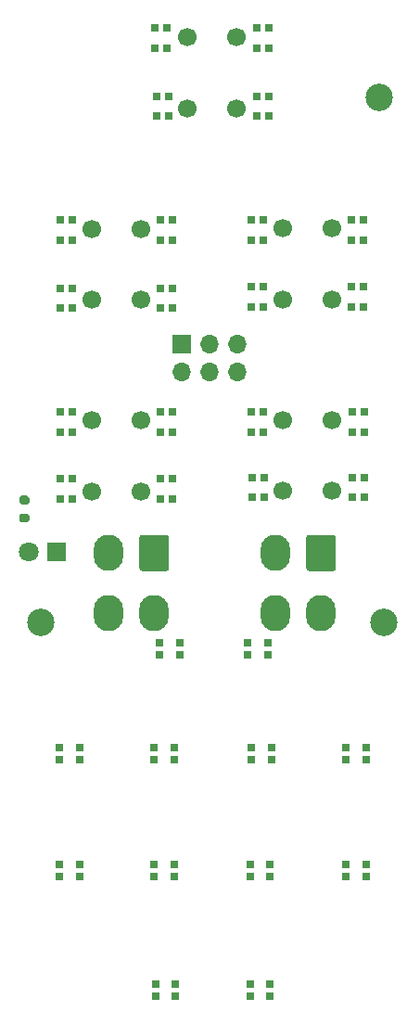
<source format=gbr>
%TF.GenerationSoftware,KiCad,Pcbnew,(5.1.9)-1*%
%TF.CreationDate,2021-09-19T09:11:26-06:00*%
%TF.ProjectId,jett_station_select,6a657474-5f73-4746-9174-696f6e5f7365,rev?*%
%TF.SameCoordinates,Original*%
%TF.FileFunction,Soldermask,Top*%
%TF.FilePolarity,Negative*%
%FSLAX46Y46*%
G04 Gerber Fmt 4.6, Leading zero omitted, Abs format (unit mm)*
G04 Created by KiCad (PCBNEW (5.1.9)-1) date 2021-09-19 09:11:26*
%MOMM*%
%LPD*%
G01*
G04 APERTURE LIST*
%ADD10C,1.700000*%
%ADD11O,1.700000X1.700000*%
%ADD12R,1.700000X1.700000*%
%ADD13O,2.700000X3.300000*%
%ADD14C,2.500000*%
%ADD15R,0.700000X0.700000*%
%ADD16C,1.800000*%
%ADD17R,1.800000X1.800000*%
G04 APERTURE END LIST*
D10*
%TO.C,SW5*%
X156876750Y-97694749D03*
X156876750Y-91194749D03*
X161376750Y-97694749D03*
X161376750Y-91194749D03*
%TD*%
%TO.C,SW4*%
X143922750Y-91217749D03*
X143922750Y-97717749D03*
X139422750Y-91217749D03*
X139422750Y-97717749D03*
%TD*%
%TO.C,SW3*%
X156876750Y-80232250D03*
X156876750Y-73732250D03*
X161376750Y-80232250D03*
X161376750Y-73732250D03*
%TD*%
%TO.C,SW2*%
X143922750Y-73755250D03*
X143922750Y-80255250D03*
X139422750Y-73755250D03*
X139422750Y-80255250D03*
%TD*%
%TO.C,SW1*%
X148145500Y-62769749D03*
X148145500Y-56269749D03*
X152645500Y-62769749D03*
X152645500Y-56269749D03*
%TD*%
%TO.C,R1*%
G36*
G01*
X133513875Y-98920749D02*
X132963875Y-98920749D01*
G75*
G02*
X132763875Y-98720749I0J200000D01*
G01*
X132763875Y-98320749D01*
G75*
G02*
X132963875Y-98120749I200000J0D01*
G01*
X133513875Y-98120749D01*
G75*
G02*
X133713875Y-98320749I0J-200000D01*
G01*
X133713875Y-98720749D01*
G75*
G02*
X133513875Y-98920749I-200000J0D01*
G01*
G37*
G36*
G01*
X133513875Y-100570749D02*
X132963875Y-100570749D01*
G75*
G02*
X132763875Y-100370749I0J200000D01*
G01*
X132763875Y-99970749D01*
G75*
G02*
X132963875Y-99770749I200000J0D01*
G01*
X133513875Y-99770749D01*
G75*
G02*
X133713875Y-99970749I0J-200000D01*
G01*
X133713875Y-100370749D01*
G75*
G02*
X133513875Y-100570749I-200000J0D01*
G01*
G37*
%TD*%
D11*
%TO.C,J3*%
X152733375Y-86836249D03*
X152733375Y-84296249D03*
X150193375Y-86836249D03*
X150193375Y-84296249D03*
X147653375Y-86836249D03*
D12*
X147653375Y-84296249D03*
%TD*%
D13*
%TO.C,J2*%
X140913375Y-108846249D03*
X145113375Y-108846249D03*
X140913375Y-103346249D03*
G36*
G01*
X146463375Y-101946250D02*
X146463375Y-104746248D01*
G75*
G02*
X146213374Y-104996249I-250001J0D01*
G01*
X144013376Y-104996249D01*
G75*
G02*
X143763375Y-104746248I0J250001D01*
G01*
X143763375Y-101946250D01*
G75*
G02*
X144013376Y-101696249I250001J0D01*
G01*
X146213374Y-101696249D01*
G75*
G02*
X146463375Y-101946250I0J-250001D01*
G01*
G37*
%TD*%
%TO.C,J1*%
X156153375Y-108846249D03*
X160353375Y-108846249D03*
X156153375Y-103346249D03*
G36*
G01*
X161703375Y-101946250D02*
X161703375Y-104746248D01*
G75*
G02*
X161453374Y-104996249I-250001J0D01*
G01*
X159253376Y-104996249D01*
G75*
G02*
X159003375Y-104746248I0J250001D01*
G01*
X159003375Y-101946250D01*
G75*
G02*
X159253376Y-101696249I250001J0D01*
G01*
X161453374Y-101696249D01*
G75*
G02*
X161703375Y-101946250I0J-250001D01*
G01*
G37*
%TD*%
D14*
%TO.C,H3*%
X166068375Y-109696249D03*
%TD*%
%TO.C,H2*%
X134794625Y-109696249D03*
%TD*%
%TO.C,H1*%
X165671500Y-61753750D03*
%TD*%
D15*
%TO.C,D33*%
X147425375Y-111559249D03*
X147425375Y-112659249D03*
X145595375Y-112659249D03*
X145595375Y-111559249D03*
%TD*%
%TO.C,D32*%
X147044375Y-142674249D03*
X147044375Y-143774249D03*
X145214375Y-143774249D03*
X145214375Y-142674249D03*
%TD*%
%TO.C,D31*%
X155680375Y-142674249D03*
X155680375Y-143774249D03*
X153850375Y-143774249D03*
X153850375Y-142674249D03*
%TD*%
%TO.C,D30*%
X162613375Y-132852249D03*
X162613375Y-131752249D03*
X164443375Y-131752249D03*
X164443375Y-132852249D03*
%TD*%
%TO.C,D29*%
X153850375Y-132852249D03*
X153850375Y-131752249D03*
X155680375Y-131752249D03*
X155680375Y-132852249D03*
%TD*%
%TO.C,D28*%
X145087375Y-132852249D03*
X145087375Y-131752249D03*
X146917375Y-131752249D03*
X146917375Y-132852249D03*
%TD*%
%TO.C,D27*%
X136451375Y-132852249D03*
X136451375Y-131752249D03*
X138281375Y-131752249D03*
X138281375Y-132852249D03*
%TD*%
%TO.C,D26*%
X138281375Y-121084249D03*
X138281375Y-122184249D03*
X136451375Y-122184249D03*
X136451375Y-121084249D03*
%TD*%
%TO.C,D25*%
X146917375Y-121084249D03*
X146917375Y-122184249D03*
X145087375Y-122184249D03*
X145087375Y-121084249D03*
%TD*%
%TO.C,D24*%
X155807375Y-121084249D03*
X155807375Y-122184249D03*
X153977375Y-122184249D03*
X153977375Y-121084249D03*
%TD*%
%TO.C,D23*%
X164443375Y-121084249D03*
X164443375Y-122184249D03*
X162613375Y-122184249D03*
X162613375Y-121084249D03*
%TD*%
%TO.C,D22*%
X153653375Y-112626249D03*
X153653375Y-111526249D03*
X155483375Y-111526249D03*
X155483375Y-112626249D03*
%TD*%
%TO.C,D21*%
X146806375Y-92323249D03*
X145706375Y-92323249D03*
X145706375Y-90493249D03*
X146806375Y-90493249D03*
%TD*%
%TO.C,D20*%
X146806375Y-98419249D03*
X145706375Y-98419249D03*
X145706375Y-96589249D03*
X146806375Y-96589249D03*
%TD*%
%TO.C,D19*%
X136562375Y-96589249D03*
X137662375Y-96589249D03*
X137662375Y-98419249D03*
X136562375Y-98419249D03*
%TD*%
%TO.C,D18*%
X136562375Y-90493249D03*
X137662375Y-90493249D03*
X137662375Y-92323249D03*
X136562375Y-92323249D03*
%TD*%
%TO.C,D17*%
X137662375Y-74797249D03*
X136562375Y-74797249D03*
X136562375Y-72967249D03*
X137662375Y-72967249D03*
%TD*%
%TO.C,D16*%
X137662375Y-81020249D03*
X136562375Y-81020249D03*
X136562375Y-79190249D03*
X137662375Y-79190249D03*
%TD*%
%TO.C,D15*%
X145706375Y-79190249D03*
X146806375Y-79190249D03*
X146806375Y-81020249D03*
X145706375Y-81020249D03*
%TD*%
%TO.C,D14*%
X145706375Y-72967249D03*
X146806375Y-72967249D03*
X146806375Y-74797249D03*
X145706375Y-74797249D03*
%TD*%
%TO.C,D13*%
X145325375Y-61664249D03*
X146425375Y-61664249D03*
X146425375Y-63494249D03*
X145325375Y-63494249D03*
%TD*%
%TO.C,D12*%
X145198375Y-55441249D03*
X146298375Y-55441249D03*
X146298375Y-57271249D03*
X145198375Y-57271249D03*
%TD*%
%TO.C,D11*%
X155569375Y-57271249D03*
X154469375Y-57271249D03*
X154469375Y-55441249D03*
X155569375Y-55441249D03*
%TD*%
%TO.C,D10*%
X155569375Y-63494249D03*
X154469375Y-63494249D03*
X154469375Y-61664249D03*
X155569375Y-61664249D03*
%TD*%
%TO.C,D9*%
X153961375Y-79063249D03*
X155061375Y-79063249D03*
X155061375Y-80893249D03*
X153961375Y-80893249D03*
%TD*%
%TO.C,D8*%
X153961375Y-72967249D03*
X155061375Y-72967249D03*
X155061375Y-74797249D03*
X153961375Y-74797249D03*
%TD*%
%TO.C,D7*%
X164205375Y-74797249D03*
X163105375Y-74797249D03*
X163105375Y-72967249D03*
X164205375Y-72967249D03*
%TD*%
%TO.C,D6*%
X164205375Y-80893249D03*
X163105375Y-80893249D03*
X163105375Y-79063249D03*
X164205375Y-79063249D03*
%TD*%
%TO.C,D5*%
X163232375Y-96462249D03*
X164332375Y-96462249D03*
X164332375Y-98292249D03*
X163232375Y-98292249D03*
%TD*%
%TO.C,D4*%
X163232375Y-90493249D03*
X164332375Y-90493249D03*
X164332375Y-92323249D03*
X163232375Y-92323249D03*
%TD*%
%TO.C,D3*%
X155061375Y-92323249D03*
X153961375Y-92323249D03*
X153961375Y-90493249D03*
X155061375Y-90493249D03*
%TD*%
%TO.C,D2*%
X155188375Y-98292249D03*
X154088375Y-98292249D03*
X154088375Y-96462249D03*
X155188375Y-96462249D03*
%TD*%
D16*
%TO.C,D1*%
X133683375Y-103282749D03*
D17*
X136223375Y-103282749D03*
%TD*%
M02*

</source>
